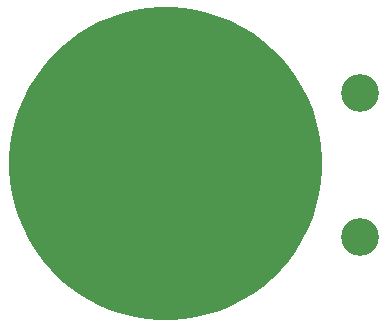
<source format=gbr>
%TF.GenerationSoftware,Altium Limited,Altium Designer,22.1.2 (22)*%
G04 Layer_Color=0*
%FSLAX45Y45*%
%MOMM*%
%TF.SameCoordinates,A05C4332-DD78-49BD-A17D-671ED2E2A3CF*%
%TF.FilePolarity,Positive*%
%TF.FileFunction,NonPlated,1,4,NPTH,Drill*%
%TF.Part,Single*%
G01*
G75*
%TA.AperFunction,ComponentDrill*%
%ADD83C,3.20000*%
G36*
X2612700Y1287700D02*
X2560640D01*
X2456842Y1295869D01*
X2354006Y1312157D01*
X2252764Y1336463D01*
X2153741Y1368637D01*
X2057548Y1408482D01*
X1964777Y1455751D01*
X1876001Y1510153D01*
X1791767Y1571352D01*
X1712595Y1638972D01*
X1638972Y1712595D01*
X1571352Y1791767D01*
X1510153Y1876001D01*
X1455751Y1964777D01*
X1408482Y2057548D01*
X1368637Y2153741D01*
X1336463Y2252764D01*
X1312157Y2354006D01*
X1295869Y2456842D01*
X1287700Y2560640D01*
X1287700Y2612700D01*
Y2664759D01*
X1295869Y2768557D01*
X1312157Y2871394D01*
X1336463Y2972636D01*
X1368637Y3071659D01*
X1408482Y3167852D01*
X1455751Y3260622D01*
X1510153Y3349398D01*
X1571352Y3433632D01*
X1638972Y3512805D01*
X1712595Y3586428D01*
X1791767Y3654048D01*
X1876001Y3715247D01*
X1964777Y3769649D01*
X2057548Y3816918D01*
X2153741Y3856762D01*
X2252764Y3888937D01*
X2354006Y3913243D01*
X2456842Y3929531D01*
X2560640Y3937700D01*
X2612700D01*
X2664759D01*
X2768557Y3929531D01*
X2871394Y3913243D01*
X2972636Y3888937D01*
X3071659Y3856762D01*
X3167852Y3816918D01*
X3260622Y3769649D01*
X3349398Y3715247D01*
X3433632Y3654048D01*
X3512805Y3586428D01*
X3586428Y3512805D01*
X3654048Y3433632D01*
X3715247Y3349398D01*
X3769649Y3260622D01*
X3816918Y3167852D01*
X3856762Y3071659D01*
X3888937Y2972636D01*
X3913243Y2871394D01*
X3929531Y2768557D01*
X3937700Y2664759D01*
Y2612700D01*
Y2560640D01*
X3929531Y2456842D01*
X3913243Y2354006D01*
X3888937Y2252764D01*
X3856762Y2153741D01*
X3816918Y2057548D01*
X3769649Y1964777D01*
X3715247Y1876001D01*
X3654048Y1791767D01*
X3586428Y1712595D01*
X3512805Y1638972D01*
X3433632Y1571352D01*
X3349398Y1510153D01*
X3260622Y1455751D01*
X3167852Y1408482D01*
X3071659Y1368637D01*
X2972636Y1336463D01*
X2871394Y1312157D01*
X2768557Y1295869D01*
X2664759Y1287700D01*
X2612700Y1287700D01*
D01*
D02*
G37*
D83*
X4254800Y1992383D02*
D03*
Y3208541D02*
D03*
%TF.MD5,da6953284f4407a020804cabd2ce6317*%
M02*

</source>
